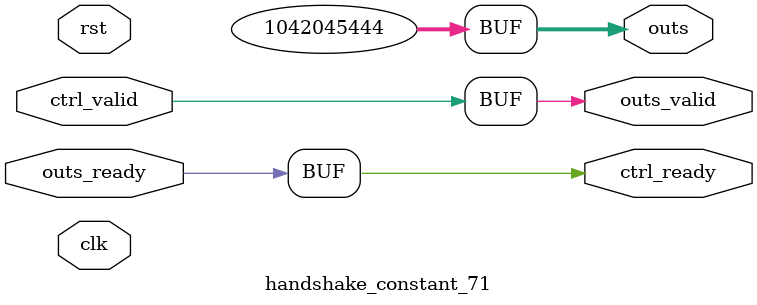
<source format=v>
`timescale 1ns / 1ps
module handshake_constant_71 #(
  parameter DATA_WIDTH = 32  // Default set to 32 bits
) (
  input                       clk,
  input                       rst,
  // Input Channel
  input                       ctrl_valid,
  output                      ctrl_ready,
  // Output Channel
  output [DATA_WIDTH - 1 : 0] outs,
  output                      outs_valid,
  input                       outs_ready
);
  assign outs       = 30'b111110000111000101101000000100;
  assign outs_valid = ctrl_valid;
  assign ctrl_ready = outs_ready;

endmodule

</source>
